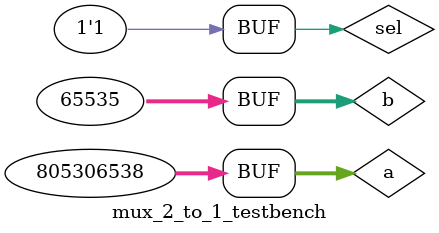
<source format=v>
`define DELAY 20

module mux_2_to_1_testbench();

reg [31:0] a, b;
reg sel;
wire [31:0] out;

mux_2_to_1_32bit mux_test(a [31:0],b [31:0],sel,out[31:0]);

initial begin
a = 32'b00110000_00000000_00000000_10101010;
b = 32'b00000000_00000000_11111111_11111111;
sel = 1'b0;
#`DELAY;
sel = 1'b1;
#`DELAY;
end

initial
begin
$monitor("time = %2d, a =%32b, b=%32b, sel=%1b, out=%32b", $time, a, b, sel, out);
end


endmodule

</source>
